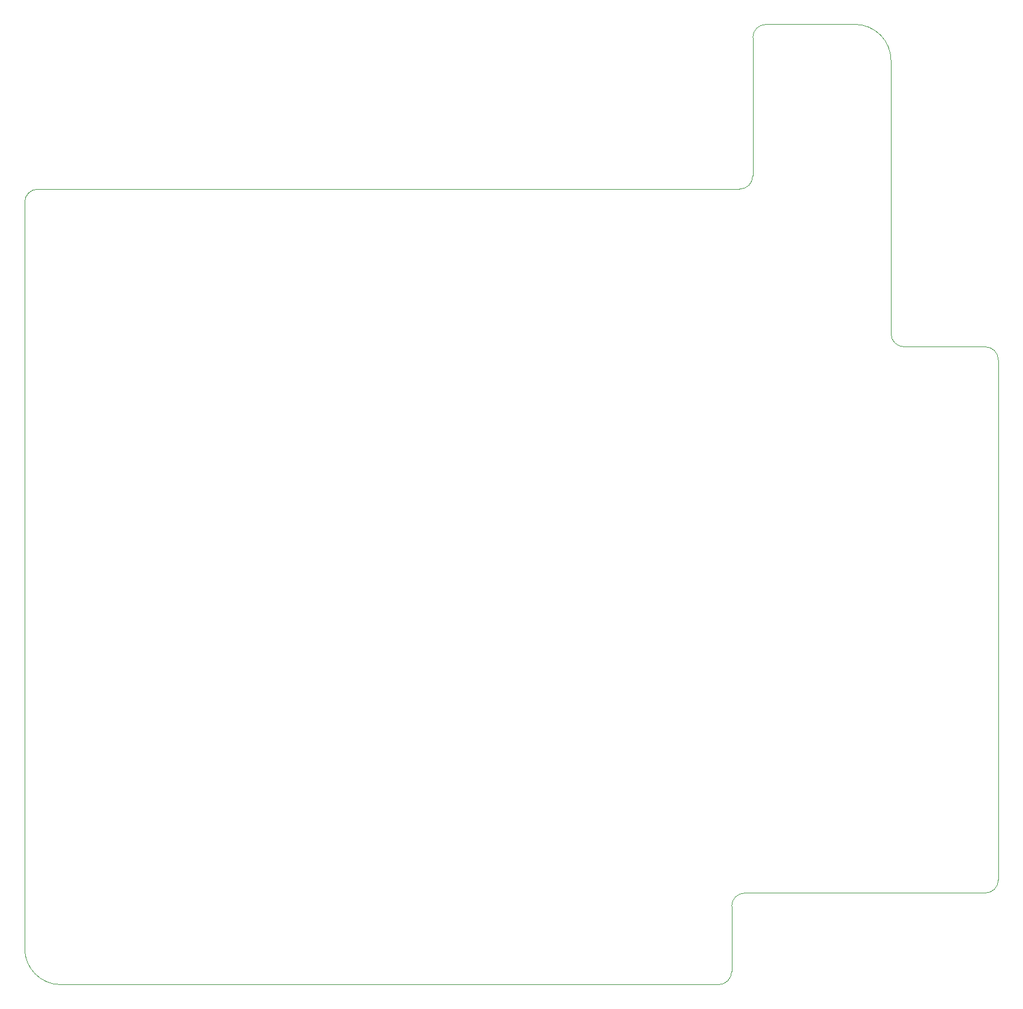
<source format=gbr>
%TF.GenerationSoftware,KiCad,Pcbnew,7.0.10-7.0.10~ubuntu22.04.1*%
%TF.CreationDate,2024-01-21T09:53:33-08:00*%
%TF.ProjectId,RRIB2,52524942-322e-46b6-9963-61645f706362,V1.0*%
%TF.SameCoordinates,PX4fefde0PYc90dba0*%
%TF.FileFunction,Profile,NP*%
%FSLAX46Y46*%
G04 Gerber Fmt 4.6, Leading zero omitted, Abs format (unit mm)*
G04 Created by KiCad (PCBNEW 7.0.10-7.0.10~ubuntu22.04.1) date 2024-01-21 09:53:33*
%MOMM*%
%LPD*%
G01*
G04 APERTURE LIST*
%TA.AperFunction,Profile*%
%ADD10C,0.100000*%
%TD*%
G04 APERTURE END LIST*
D10*
X224282000Y-195707000D02*
X224282000Y-120777000D01*
X210693000Y-118872000D02*
X222377000Y-118872000D01*
X83820000Y-205613000D02*
G75*
G03*
X89027000Y-210820000I5207000J0D01*
G01*
X186944000Y-96139000D02*
G75*
G03*
X188849000Y-94234000I0J1905000D01*
G01*
X85725000Y-96139000D02*
G75*
G03*
X83820000Y-98044000I0J-1905000D01*
G01*
X188849000Y-94234000D02*
X188849000Y-74295000D01*
X187706000Y-197612000D02*
G75*
G03*
X185801000Y-199517000I0J-1905000D01*
G01*
X187706000Y-197612000D02*
X222377000Y-197612000D01*
X222377000Y-197612000D02*
G75*
G03*
X224282000Y-195707000I0J1905000D01*
G01*
X208788000Y-77597000D02*
G75*
G03*
X203581000Y-72390000I-5207000J0D01*
G01*
X224282000Y-120777000D02*
G75*
G03*
X222377000Y-118872000I-1905000J0D01*
G01*
X89027000Y-210820000D02*
X183896000Y-210820000D01*
X190754000Y-72390000D02*
G75*
G03*
X188849000Y-74295000I0J-1905000D01*
G01*
X183896000Y-210820000D02*
G75*
G03*
X185801000Y-208915000I0J1905000D01*
G01*
X83820000Y-205613000D02*
X83820000Y-98044000D01*
X85725000Y-96139000D02*
X186944000Y-96139000D01*
X185801000Y-208915000D02*
X185801000Y-199517000D01*
X190754000Y-72390000D02*
X203581000Y-72390000D01*
X208788000Y-77597000D02*
X208788000Y-116967000D01*
X208788000Y-116967000D02*
G75*
G03*
X210693000Y-118872000I1905000J0D01*
G01*
M02*

</source>
